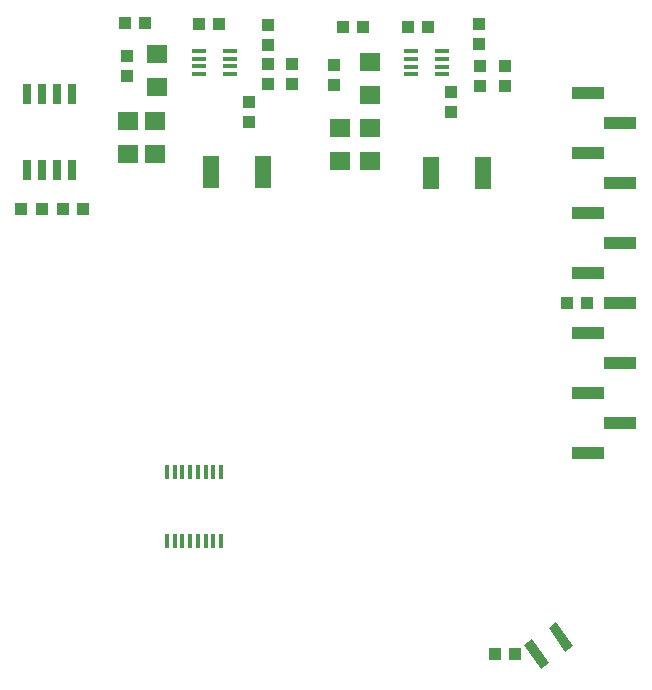
<source format=gbr>
G04 EAGLE Gerber RS-274X export*
G75*
%MOMM*%
%FSLAX34Y34*%
%LPD*%
%INSolderpaste Top*%
%IPPOS*%
%AMOC8*
5,1,8,0,0,1.08239X$1,22.5*%
G01*
%ADD10R,1.100000X1.000000*%
%ADD11R,1.000000X1.100000*%
%ADD12R,1.800000X1.600000*%
%ADD13R,1.200000X0.400000*%
%ADD14R,1.400000X2.800000*%
%ADD15R,0.360000X1.260000*%
%ADD16R,2.500000X0.800000*%
%ADD17R,2.700000X1.020000*%
%ADD18R,0.720000X1.780000*%


D10*
X406700Y731000D03*
X423700Y731000D03*
D11*
X520931Y679734D03*
X520931Y696734D03*
X620431Y656734D03*
X620431Y673734D03*
X665931Y678934D03*
X665931Y695934D03*
D12*
X526431Y642934D03*
X526431Y614934D03*
X551431Y642934D03*
X551431Y614934D03*
X371000Y678000D03*
X371000Y706000D03*
D11*
X346000Y687500D03*
X346000Y704500D03*
X449000Y648400D03*
X449000Y665400D03*
X486000Y680300D03*
X486000Y697300D03*
D12*
X347000Y649300D03*
X347000Y621300D03*
X370000Y649400D03*
X370000Y621400D03*
D10*
X583431Y728934D03*
X600431Y728934D03*
D12*
X551431Y670934D03*
X551431Y698934D03*
D11*
X361500Y732000D03*
X344500Y732000D03*
D10*
X465000Y713500D03*
X465000Y730500D03*
X465000Y697500D03*
X465000Y680500D03*
D11*
X545731Y728834D03*
X528731Y728834D03*
D10*
X644331Y714534D03*
X644331Y731534D03*
X644531Y695434D03*
X644531Y678434D03*
D13*
X407200Y708450D03*
X407200Y701950D03*
X407200Y695450D03*
X407200Y688950D03*
X433200Y688950D03*
X433200Y695450D03*
X433200Y701950D03*
X433200Y708450D03*
D14*
X417200Y606200D03*
X461200Y606200D03*
D13*
X586631Y708184D03*
X586631Y701684D03*
X586631Y695184D03*
X586631Y688684D03*
X612631Y688684D03*
X612631Y695184D03*
X612631Y701684D03*
X612631Y708184D03*
D14*
X602931Y605134D03*
X646931Y605134D03*
D15*
X379850Y293600D03*
X386350Y293600D03*
X392850Y293600D03*
X399350Y293600D03*
X405850Y293600D03*
X412350Y293600D03*
X418850Y293600D03*
X425350Y293600D03*
X425350Y351600D03*
X418850Y351600D03*
X412350Y351600D03*
X405850Y351600D03*
X399350Y351600D03*
X392850Y351600D03*
X386350Y351600D03*
X379850Y351600D03*
D16*
G36*
X717111Y199593D02*
X702772Y220071D01*
X709325Y224659D01*
X723664Y204181D01*
X717111Y199593D01*
G37*
G36*
X696632Y185253D02*
X682293Y205731D01*
X688846Y210319D01*
X703185Y189841D01*
X696632Y185253D01*
G37*
D11*
X657300Y197800D03*
X674300Y197800D03*
D17*
X736500Y418400D03*
X736500Y469200D03*
X763500Y443800D03*
X763500Y494600D03*
X763500Y393000D03*
X736500Y367600D03*
X736500Y570800D03*
X736500Y621600D03*
X763500Y596200D03*
X763500Y647000D03*
X763500Y545400D03*
X736500Y520000D03*
X736500Y672400D03*
D11*
X734993Y494621D03*
X717993Y494621D03*
D18*
X260950Y607700D03*
X273650Y607700D03*
X286350Y607700D03*
X299050Y607700D03*
X299050Y672300D03*
X286350Y672300D03*
X273650Y672300D03*
X260950Y672300D03*
D11*
X291500Y575000D03*
X308500Y575000D03*
X256500Y575000D03*
X273500Y575000D03*
M02*

</source>
